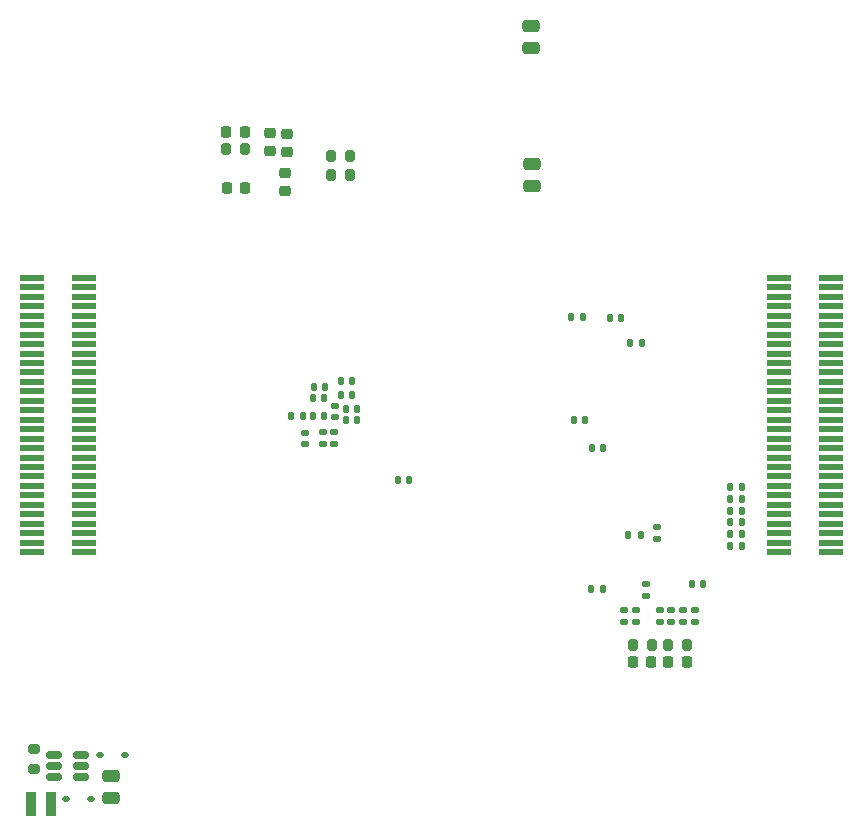
<source format=gbr>
%TF.GenerationSoftware,KiCad,Pcbnew,8.0.6*%
%TF.CreationDate,2025-01-06T00:07:23+08:00*%
%TF.ProjectId,ECP5_DEV_BOARD,45435035-5f44-4455-965f-424f4152442e,rev?*%
%TF.SameCoordinates,Original*%
%TF.FileFunction,Paste,Bot*%
%TF.FilePolarity,Positive*%
%FSLAX46Y46*%
G04 Gerber Fmt 4.6, Leading zero omitted, Abs format (unit mm)*
G04 Created by KiCad (PCBNEW 8.0.6) date 2025-01-06 00:07:23*
%MOMM*%
%LPD*%
G01*
G04 APERTURE LIST*
G04 Aperture macros list*
%AMRoundRect*
0 Rectangle with rounded corners*
0 $1 Rounding radius*
0 $2 $3 $4 $5 $6 $7 $8 $9 X,Y pos of 4 corners*
0 Add a 4 corners polygon primitive as box body*
4,1,4,$2,$3,$4,$5,$6,$7,$8,$9,$2,$3,0*
0 Add four circle primitives for the rounded corners*
1,1,$1+$1,$2,$3*
1,1,$1+$1,$4,$5*
1,1,$1+$1,$6,$7*
1,1,$1+$1,$8,$9*
0 Add four rect primitives between the rounded corners*
20,1,$1+$1,$2,$3,$4,$5,0*
20,1,$1+$1,$4,$5,$6,$7,0*
20,1,$1+$1,$6,$7,$8,$9,0*
20,1,$1+$1,$8,$9,$2,$3,0*%
G04 Aperture macros list end*
%ADD10RoundRect,0.135000X-0.185000X0.135000X-0.185000X-0.135000X0.185000X-0.135000X0.185000X0.135000X0*%
%ADD11RoundRect,0.200000X-0.200000X-0.275000X0.200000X-0.275000X0.200000X0.275000X-0.200000X0.275000X0*%
%ADD12RoundRect,0.140000X0.140000X0.170000X-0.140000X0.170000X-0.140000X-0.170000X0.140000X-0.170000X0*%
%ADD13RoundRect,0.250000X0.475000X-0.250000X0.475000X0.250000X-0.475000X0.250000X-0.475000X-0.250000X0*%
%ADD14RoundRect,0.135000X-0.135000X-0.185000X0.135000X-0.185000X0.135000X0.185000X-0.135000X0.185000X0*%
%ADD15RoundRect,0.112500X-0.187500X-0.112500X0.187500X-0.112500X0.187500X0.112500X-0.187500X0.112500X0*%
%ADD16RoundRect,0.140000X-0.140000X-0.170000X0.140000X-0.170000X0.140000X0.170000X-0.140000X0.170000X0*%
%ADD17RoundRect,0.225000X0.250000X-0.225000X0.250000X0.225000X-0.250000X0.225000X-0.250000X-0.225000X0*%
%ADD18R,2.000000X0.500000*%
%ADD19RoundRect,0.200000X0.200000X0.275000X-0.200000X0.275000X-0.200000X-0.275000X0.200000X-0.275000X0*%
%ADD20RoundRect,0.140000X0.170000X-0.140000X0.170000X0.140000X-0.170000X0.140000X-0.170000X-0.140000X0*%
%ADD21RoundRect,0.250000X-0.475000X0.250000X-0.475000X-0.250000X0.475000X-0.250000X0.475000X0.250000X0*%
%ADD22RoundRect,0.225000X-0.225000X-0.250000X0.225000X-0.250000X0.225000X0.250000X-0.225000X0.250000X0*%
%ADD23RoundRect,0.140000X-0.170000X0.140000X-0.170000X-0.140000X0.170000X-0.140000X0.170000X0.140000X0*%
%ADD24R,0.850000X2.000000*%
%ADD25RoundRect,0.150000X-0.512500X-0.150000X0.512500X-0.150000X0.512500X0.150000X-0.512500X0.150000X0*%
%ADD26RoundRect,0.112500X0.187500X0.112500X-0.187500X0.112500X-0.187500X-0.112500X0.187500X-0.112500X0*%
%ADD27RoundRect,0.135000X0.135000X0.185000X-0.135000X0.185000X-0.135000X-0.185000X0.135000X-0.185000X0*%
%ADD28RoundRect,0.200000X-0.275000X0.200000X-0.275000X-0.200000X0.275000X-0.200000X0.275000X0.200000X0*%
%ADD29RoundRect,0.225000X-0.250000X0.225000X-0.250000X-0.225000X0.250000X-0.225000X0.250000X0.225000X0*%
G04 APERTURE END LIST*
D10*
%TO.C,R26*%
X143750000Y-117240000D03*
X143750000Y-118260000D03*
%TD*%
D11*
%TO.C,R3*%
X142640000Y-122345000D03*
X144290000Y-122345000D03*
%TD*%
D12*
%TO.C,C20*%
X118880000Y-100000000D03*
X117920000Y-100000000D03*
%TD*%
D13*
%TO.C,C39*%
X134000000Y-71850000D03*
X134000000Y-69950000D03*
%TD*%
D14*
%TO.C,R11*%
X150890000Y-112000000D03*
X151910000Y-112000000D03*
%TD*%
D15*
%TO.C,D3*%
X97505000Y-131715000D03*
X99605000Y-131715000D03*
%TD*%
D14*
%TO.C,R13*%
X150890000Y-111000000D03*
X151910000Y-111000000D03*
%TD*%
D16*
%TO.C,C51*%
X115620000Y-100500000D03*
X116580000Y-100500000D03*
%TD*%
D17*
%TO.C,C60*%
X113200000Y-83975000D03*
X113200000Y-82425000D03*
%TD*%
D12*
%TO.C,C36*%
X114680000Y-103000000D03*
X113720000Y-103000000D03*
%TD*%
D16*
%TO.C,C12*%
X147620000Y-117200000D03*
X148580000Y-117200000D03*
%TD*%
D18*
%TO.C,J3*%
X159400000Y-114500000D03*
X155000000Y-114500000D03*
X159400000Y-113700000D03*
X155000000Y-113700000D03*
X159400000Y-112900000D03*
X155000000Y-112900000D03*
X159400000Y-112100000D03*
X155000000Y-112100000D03*
X159400000Y-111300000D03*
X155000000Y-111300000D03*
X159400000Y-110500000D03*
X155000000Y-110500000D03*
X159400000Y-109700000D03*
X155000000Y-109700000D03*
X159400000Y-108900000D03*
X155000000Y-108900000D03*
X159400000Y-108100000D03*
X155000000Y-108100000D03*
X159400000Y-107300000D03*
X155000000Y-107300000D03*
X159400000Y-106500000D03*
X155000000Y-106500000D03*
X159400000Y-105700000D03*
X155000000Y-105700000D03*
X159400000Y-104900000D03*
X155000000Y-104900000D03*
X159400000Y-104100000D03*
X155000000Y-104100000D03*
X159400000Y-103300000D03*
X155000000Y-103300000D03*
X159400000Y-102500000D03*
X155000000Y-102500000D03*
X159400000Y-101700000D03*
X155000000Y-101700000D03*
X159400000Y-100900000D03*
X155000000Y-100900000D03*
X159400000Y-100100000D03*
X155000000Y-100100000D03*
X159400000Y-99300000D03*
X155000000Y-99300000D03*
X159400000Y-98500000D03*
X155000000Y-98500000D03*
X159400000Y-97700000D03*
X155000000Y-97700000D03*
X159400000Y-96900000D03*
X155000000Y-96900000D03*
X159400000Y-96100000D03*
X155000000Y-96100000D03*
X159400000Y-95300000D03*
X155000000Y-95300000D03*
X159400000Y-94500000D03*
X155000000Y-94500000D03*
X159400000Y-93700000D03*
X155000000Y-93700000D03*
X159400000Y-92900000D03*
X155000000Y-92900000D03*
X159400000Y-92100000D03*
X155000000Y-92100000D03*
X159400000Y-91300000D03*
X155000000Y-91300000D03*
%TD*%
D19*
%TO.C,R62*%
X118725000Y-81000000D03*
X117075000Y-81000000D03*
%TD*%
D14*
%TO.C,R18*%
X150890000Y-113000000D03*
X151910000Y-113000000D03*
%TD*%
D16*
%TO.C,C50*%
X115540000Y-103000000D03*
X116500000Y-103000000D03*
%TD*%
D10*
%TO.C,R2*%
X144700000Y-112390001D03*
X144700000Y-113409999D03*
%TD*%
D12*
%TO.C,C46*%
X123710000Y-108370000D03*
X122750000Y-108370000D03*
%TD*%
%TO.C,C8*%
X138380000Y-94600000D03*
X137420000Y-94600000D03*
%TD*%
D20*
%TO.C,C49*%
X114900000Y-105380000D03*
X114900000Y-104420000D03*
%TD*%
D12*
%TO.C,C13*%
X118882049Y-101250000D03*
X117922049Y-101250000D03*
%TD*%
D10*
%TO.C,R21*%
X145900000Y-119400000D03*
X145900000Y-120420000D03*
%TD*%
D21*
%TO.C,C40*%
X134100000Y-81650000D03*
X134100000Y-83550000D03*
%TD*%
D20*
%TO.C,C5*%
X116373485Y-105321244D03*
X116373485Y-104361244D03*
%TD*%
D22*
%TO.C,C58*%
X108225000Y-78900000D03*
X109775000Y-78900000D03*
%TD*%
D14*
%TO.C,R31*%
X142270000Y-113030000D03*
X143290000Y-113030000D03*
%TD*%
D13*
%TO.C,C38*%
X98455000Y-135365000D03*
X98455000Y-133465000D03*
%TD*%
D12*
%TO.C,C45*%
X140100000Y-105700000D03*
X139140000Y-105700000D03*
%TD*%
%TO.C,C9*%
X140080000Y-117600000D03*
X139120000Y-117600000D03*
%TD*%
D16*
%TO.C,C7*%
X137620000Y-103300000D03*
X138580000Y-103300000D03*
%TD*%
D10*
%TO.C,R28*%
X142900000Y-119390000D03*
X142900000Y-120410000D03*
%TD*%
%TO.C,R17*%
X144900000Y-119390000D03*
X144900000Y-120410000D03*
%TD*%
D23*
%TO.C,C15*%
X117406417Y-102143479D03*
X117406417Y-103103479D03*
%TD*%
D24*
%TO.C,L5*%
X93345000Y-135860000D03*
X91695000Y-135860000D03*
%TD*%
D12*
%TO.C,C6*%
X141660000Y-94700000D03*
X140700000Y-94700000D03*
%TD*%
D25*
%TO.C,U6*%
X93662500Y-133550000D03*
X93662500Y-132600000D03*
X93662500Y-131650000D03*
X95937500Y-131650000D03*
X95937500Y-132600000D03*
X95937500Y-133550000D03*
%TD*%
D26*
%TO.C,D4*%
X96780000Y-135415000D03*
X94680000Y-135415000D03*
%TD*%
D27*
%TO.C,R1*%
X143410000Y-96800000D03*
X142390000Y-96800000D03*
%TD*%
D12*
%TO.C,C18*%
X119280000Y-103300000D03*
X118320000Y-103300000D03*
%TD*%
D14*
%TO.C,R15*%
X150880000Y-110000000D03*
X151900000Y-110000000D03*
%TD*%
D22*
%TO.C,C1*%
X142640000Y-123835000D03*
X144190000Y-123835000D03*
%TD*%
D28*
%TO.C,R33*%
X91955000Y-131190000D03*
X91955000Y-132840000D03*
%TD*%
D18*
%TO.C,J2*%
X91800000Y-91300000D03*
X96200000Y-91300000D03*
X91800000Y-92100000D03*
X96200000Y-92100000D03*
X91800000Y-92900000D03*
X96200000Y-92900000D03*
X91800000Y-93700000D03*
X96200000Y-93700000D03*
X91800000Y-94500000D03*
X96200000Y-94500000D03*
X91800000Y-95300000D03*
X96200000Y-95300000D03*
X91800000Y-96100000D03*
X96200000Y-96100000D03*
X91800000Y-96900000D03*
X96200000Y-96900000D03*
X91800000Y-97700000D03*
X96200000Y-97700000D03*
X91800000Y-98500000D03*
X96200000Y-98500000D03*
X91800000Y-99300000D03*
X96200000Y-99300000D03*
X91800000Y-100100000D03*
X96200000Y-100100000D03*
X91800000Y-100900000D03*
X96200000Y-100900000D03*
X91800000Y-101700000D03*
X96200000Y-101700000D03*
X91800000Y-102500000D03*
X96200000Y-102500000D03*
X91800000Y-103300000D03*
X96200000Y-103300000D03*
X91800000Y-104100000D03*
X96200000Y-104100000D03*
X91800000Y-104900000D03*
X96200000Y-104900000D03*
X91800000Y-105700000D03*
X96200000Y-105700000D03*
X91800000Y-106500000D03*
X96200000Y-106500000D03*
X91800000Y-107300000D03*
X96200000Y-107300000D03*
X91800000Y-108100000D03*
X96200000Y-108100000D03*
X91800000Y-108900000D03*
X96200000Y-108900000D03*
X91800000Y-109700000D03*
X96200000Y-109700000D03*
X91800000Y-110500000D03*
X96200000Y-110500000D03*
X91800000Y-111300000D03*
X96200000Y-111300000D03*
X91800000Y-112100000D03*
X96200000Y-112100000D03*
X91800000Y-112900000D03*
X96200000Y-112900000D03*
X91800000Y-113700000D03*
X96200000Y-113700000D03*
X91800000Y-114500000D03*
X96200000Y-114500000D03*
%TD*%
D14*
%TO.C,R8*%
X150890000Y-114000000D03*
X151910000Y-114000000D03*
%TD*%
D16*
%TO.C,C14*%
X115550000Y-101450000D03*
X116510000Y-101450000D03*
%TD*%
D14*
%TO.C,R24*%
X150890000Y-109000000D03*
X151910000Y-109000000D03*
%TD*%
D29*
%TO.C,C55*%
X113400000Y-79125000D03*
X113400000Y-80675000D03*
%TD*%
D22*
%TO.C,C2*%
X145640000Y-123835000D03*
X147190000Y-123835000D03*
%TD*%
D12*
%TO.C,C17*%
X119278704Y-102378107D03*
X118318704Y-102378107D03*
%TD*%
D10*
%TO.C,R27*%
X141900000Y-119390000D03*
X141900000Y-120410000D03*
%TD*%
%TO.C,R9*%
X147900000Y-119400000D03*
X147900000Y-120420000D03*
%TD*%
D11*
%TO.C,R4*%
X145605000Y-122345000D03*
X147255000Y-122345000D03*
%TD*%
D29*
%TO.C,C56*%
X111900000Y-79025000D03*
X111900000Y-80575000D03*
%TD*%
D19*
%TO.C,R61*%
X118725000Y-82600000D03*
X117075000Y-82600000D03*
%TD*%
D20*
%TO.C,C16*%
X117298113Y-105334220D03*
X117298113Y-104374220D03*
%TD*%
D19*
%TO.C,R63*%
X109825000Y-80400000D03*
X108175000Y-80400000D03*
%TD*%
D10*
%TO.C,R7*%
X146900000Y-119400000D03*
X146900000Y-120420000D03*
%TD*%
D22*
%TO.C,C59*%
X108250000Y-83700000D03*
X109800000Y-83700000D03*
%TD*%
M02*

</source>
